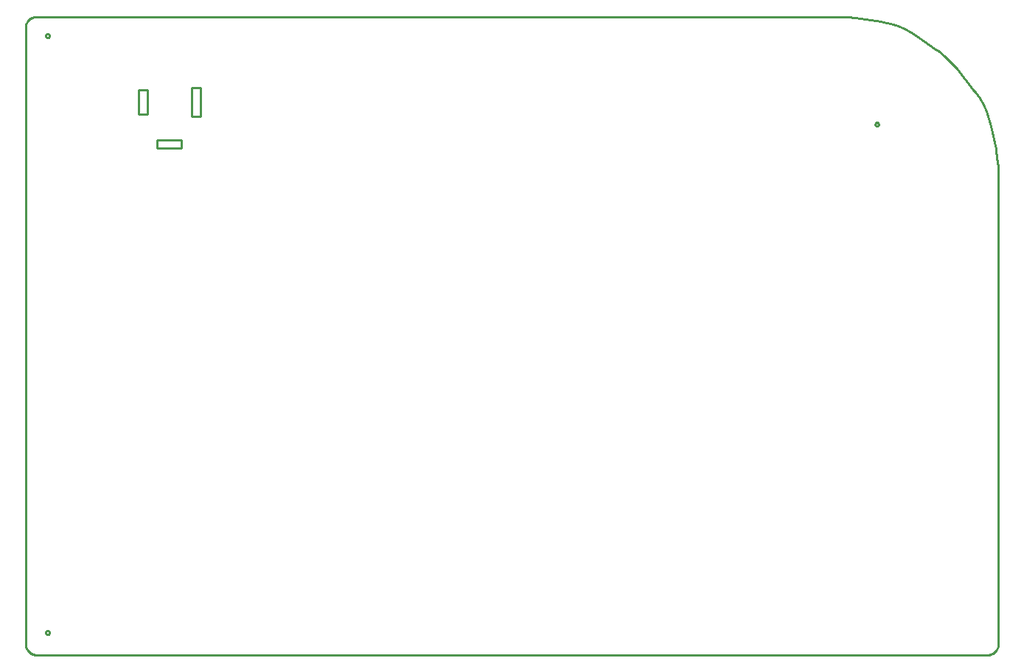
<source format=gbr>
G04 EAGLE Gerber RS-274X export*
G75*
%MOMM*%
%FSLAX34Y34*%
%LPD*%
%IN*%
%IPPOS*%
%AMOC8*
5,1,8,0,0,1.08239X$1,22.5*%
G01*
%ADD10C,0.254000*%


D10*
X0Y12700D02*
X48Y11593D01*
X193Y10495D01*
X433Y9413D01*
X766Y8356D01*
X1190Y7333D01*
X1701Y6350D01*
X2297Y5416D01*
X2971Y4537D01*
X3720Y3720D01*
X4537Y2971D01*
X5416Y2297D01*
X6350Y1701D01*
X7333Y1190D01*
X8356Y766D01*
X9413Y433D01*
X10495Y193D01*
X11593Y48D01*
X12700Y0D01*
X1104700Y0D01*
X1105807Y48D01*
X1106905Y193D01*
X1107987Y433D01*
X1109044Y766D01*
X1110067Y1190D01*
X1111050Y1701D01*
X1111984Y2297D01*
X1112863Y2971D01*
X1113680Y3720D01*
X1114429Y4537D01*
X1115103Y5416D01*
X1115699Y6350D01*
X1116210Y7333D01*
X1116634Y8356D01*
X1116967Y9413D01*
X1117207Y10495D01*
X1117352Y11593D01*
X1117400Y12700D01*
X1117400Y550431D01*
X1117019Y559146D01*
X1116856Y560843D01*
X1115775Y571170D01*
X1114489Y579799D01*
X1114151Y581469D01*
X1108628Y607555D01*
X1106451Y616003D01*
X1103545Y624229D01*
X1099934Y632170D01*
X1095645Y639766D01*
X1090709Y646960D01*
X1088678Y649569D01*
X1069496Y673386D01*
X1063733Y679936D01*
X1058770Y684756D01*
X1054909Y688256D01*
X1048195Y693827D01*
X1045333Y695920D01*
X1024669Y710473D01*
X1017324Y715181D01*
X1009597Y719230D01*
X1001546Y722590D01*
X993233Y725236D01*
X984721Y727148D01*
X982368Y727540D01*
X952711Y732126D01*
X944039Y733081D01*
X937431Y733300D01*
X12700Y733300D01*
X11593Y733252D01*
X10495Y733107D01*
X9413Y732867D01*
X8356Y732534D01*
X7333Y732110D01*
X6350Y731599D01*
X5416Y731003D01*
X4537Y730329D01*
X3720Y729580D01*
X2971Y728763D01*
X2297Y727884D01*
X1701Y726950D01*
X1190Y725967D01*
X766Y724944D01*
X433Y723887D01*
X193Y722805D01*
X48Y721707D01*
X0Y720600D01*
X0Y12700D01*
X130100Y621000D02*
X140100Y621000D01*
X140100Y649000D01*
X130100Y649000D01*
X130100Y621000D01*
X191100Y618500D02*
X201100Y618500D01*
X201100Y651500D01*
X191100Y651500D01*
X191100Y618500D01*
X151100Y582000D02*
X179100Y582000D01*
X179100Y592000D01*
X151100Y592000D01*
X151100Y582000D01*
X27650Y25223D02*
X27595Y24873D01*
X27485Y24536D01*
X27324Y24221D01*
X27116Y23934D01*
X26866Y23684D01*
X26579Y23476D01*
X26264Y23315D01*
X25927Y23205D01*
X25577Y23150D01*
X25223Y23150D01*
X24873Y23205D01*
X24536Y23315D01*
X24221Y23476D01*
X23934Y23684D01*
X23684Y23934D01*
X23476Y24221D01*
X23315Y24536D01*
X23205Y24873D01*
X23150Y25223D01*
X23150Y25577D01*
X23205Y25927D01*
X23315Y26264D01*
X23476Y26579D01*
X23684Y26866D01*
X23934Y27116D01*
X24221Y27324D01*
X24536Y27485D01*
X24873Y27595D01*
X25223Y27650D01*
X25577Y27650D01*
X25927Y27595D01*
X26264Y27485D01*
X26579Y27324D01*
X26866Y27116D01*
X27116Y26866D01*
X27324Y26579D01*
X27485Y26264D01*
X27595Y25927D01*
X27650Y25577D01*
X27650Y25223D01*
X27650Y711023D02*
X27595Y710673D01*
X27485Y710336D01*
X27324Y710021D01*
X27116Y709734D01*
X26866Y709484D01*
X26579Y709276D01*
X26264Y709115D01*
X25927Y709005D01*
X25577Y708950D01*
X25223Y708950D01*
X24873Y709005D01*
X24536Y709115D01*
X24221Y709276D01*
X23934Y709484D01*
X23684Y709734D01*
X23476Y710021D01*
X23315Y710336D01*
X23205Y710673D01*
X23150Y711023D01*
X23150Y711377D01*
X23205Y711727D01*
X23315Y712064D01*
X23476Y712379D01*
X23684Y712666D01*
X23934Y712916D01*
X24221Y713124D01*
X24536Y713285D01*
X24873Y713395D01*
X25223Y713450D01*
X25577Y713450D01*
X25927Y713395D01*
X26264Y713285D01*
X26579Y713124D01*
X26866Y712916D01*
X27116Y712666D01*
X27324Y712379D01*
X27485Y712064D01*
X27595Y711727D01*
X27650Y711377D01*
X27650Y711023D01*
X979900Y609403D02*
X979823Y609017D01*
X979672Y608653D01*
X979454Y608325D01*
X979175Y608047D01*
X978847Y607828D01*
X978483Y607677D01*
X978097Y607600D01*
X977703Y607600D01*
X977317Y607677D01*
X976953Y607828D01*
X976625Y608047D01*
X976347Y608325D01*
X976128Y608653D01*
X975977Y609017D01*
X975900Y609403D01*
X975900Y609797D01*
X975977Y610183D01*
X976128Y610547D01*
X976347Y610875D01*
X976625Y611154D01*
X976953Y611372D01*
X977317Y611523D01*
X977703Y611600D01*
X978097Y611600D01*
X978483Y611523D01*
X978847Y611372D01*
X979175Y611154D01*
X979454Y610875D01*
X979672Y610547D01*
X979823Y610183D01*
X979900Y609797D01*
X979900Y609403D01*
M02*

</source>
